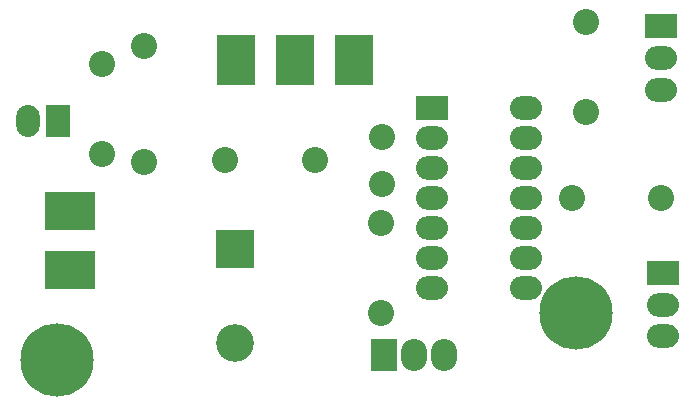
<source format=gbs>
G04*
G04 #@! TF.GenerationSoftware,Altium Limited,Altium Designer,20.0.2 (26)*
G04*
G04 Layer_Color=16711935*
%FSLAX44Y44*%
%MOMM*%
G71*
G01*
G75*
%ADD13O,2.7032X2.0032*%
%ADD14R,2.7032X2.0032*%
%ADD15C,3.2032*%
%ADD16R,3.2032X3.2032*%
%ADD17C,2.2032*%
%ADD18R,3.2032X4.2032*%
%ADD19R,4.2032X3.2032*%
%ADD20O,2.0032X2.7032*%
%ADD21R,2.0032X2.7032*%
%ADD22R,2.2032X2.7032*%
%ADD23O,2.2032X2.7032*%
%ADD24C,6.2032*%
D13*
X713730Y356870D02*
D03*
Y382270D02*
D03*
Y407670D02*
D03*
Y433070D02*
D03*
Y458470D02*
D03*
Y483870D02*
D03*
Y509270D02*
D03*
X633730Y356870D02*
D03*
Y382270D02*
D03*
Y407670D02*
D03*
Y433070D02*
D03*
Y458470D02*
D03*
Y483870D02*
D03*
X828040Y524510D02*
D03*
Y551510D02*
D03*
X829310Y342570D02*
D03*
Y315570D02*
D03*
D14*
X633730Y509270D02*
D03*
X828040Y578510D02*
D03*
X829310Y369570D02*
D03*
D15*
X467360Y309890D02*
D03*
D16*
Y389890D02*
D03*
D17*
X591820Y444500D02*
D03*
Y484500D02*
D03*
X534670Y464550D02*
D03*
X458670D02*
D03*
X354330Y470100D02*
D03*
Y546100D02*
D03*
X590550Y335280D02*
D03*
Y411280D02*
D03*
X764540Y505660D02*
D03*
Y581660D02*
D03*
X752040Y433070D02*
D03*
X828040D02*
D03*
X389890Y561550D02*
D03*
Y463550D02*
D03*
D18*
X467690Y549910D02*
D03*
X517690D02*
D03*
X567690D02*
D03*
D19*
X327660Y371640D02*
D03*
Y421640D02*
D03*
D20*
X292100Y497840D02*
D03*
D21*
X317500D02*
D03*
D22*
X593090Y299720D02*
D03*
D23*
X618490D02*
D03*
X643890D02*
D03*
D24*
X755650Y335280D02*
D03*
X316230Y295910D02*
D03*
M02*

</source>
